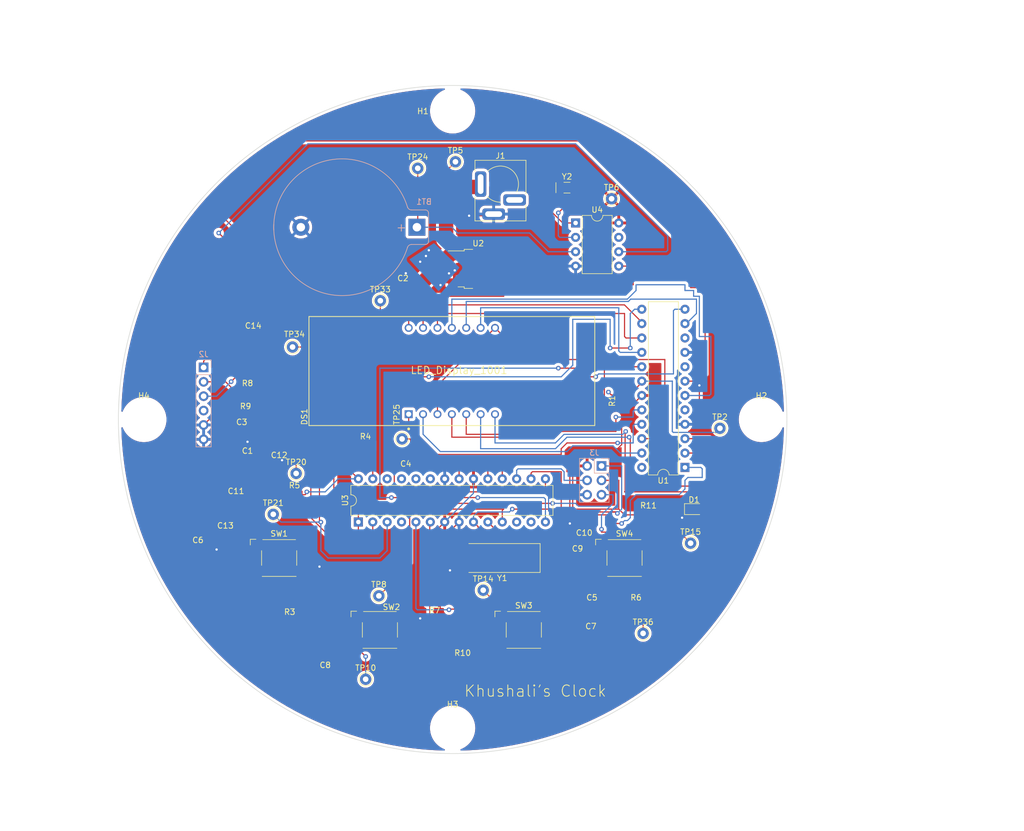
<source format=kicad_pcb>
(kicad_pcb (version 20211014) (generator pcbnew)
  (layers (0 "F.Cu" signal) (31 "B.Cu" signal) (34 "B.Paste" user) (35 "F.Paste" user) (36 "B.SilkS" user "B.Silkscreen") (37 "F.SilkS" user "F.Silkscreen") (38 "B.Mask" user) (39 "F.Mask" user) (44 "Edge.Cuts" user))
  (net 0 "")
  (net 1 "Net-(BT1-Pad1)")
  (net 2 "GND")
  (net 3 "VCC")
  (net 4 "Net-(C2-Pad2)")
  (net 5 "Net-(C4-Pad1)")
  (net 6 "Net-(C9-Pad1)")
  (net 7 "Net-(C10-Pad1)")
  (net 8 "RESET")
  (net 9 "Net-(C14-Pad2)")
  (net 10 "Net-(D1-Pad2)")
  (net 11 "Net-(DS1-Pad1)")
  (net 12 "Net-(DS1-Pad2)")
  (net 13 "Net-(DS1-Pad3)")
  (net 14 "Net-(DS1-Pad4)")
  (net 15 "Net-(DS1-Pad5)")
  (net 16 "DIG-0-L")
  (net 17 "COLON-L")
  (net 18 "Net-(DS1-Pad9)")
  (net 19 "DIG-1-L")
  (net 20 "DIG-2-L")
  (net 21 "Net-(DS1-Pad12)")
  (net 22 "Net-(DS1-Pad13)")
  (net 23 "DIG-3-L")
  (net 26 "Net-(J2-Pad3)")
  (net 27 "Net-(J2-Pad2)")
  (net 28 "Net-(R1-Pad2)")
  (net 29 "Net-(R3-Pad2)")
  (net 30 "SDA")
  (net 31 "SCL")
  (net 32 "Net-(R7-Pad2)")
  (net 33 "Uart_TX")
  (net 34 "Uart_RX")
  (net 35 "Net-(R10-Pad2)")
  (net 46 "Net-(U4-Pad1)")
  (net 47 "Net-(U4-Pad2)")
  (net 49 "MISO")
  (net 50 "LED_SCK")
  (net 51 "MOSI")
  (net 52 "DIS_DIN")
  (net 53 "DIS_CLK")
  (net 54 "DIS_LOAD")
  (footprint "footprints:MountingHole_3.2mm_M3" (layer "F.Cu") (at 95.5 100)
    (fp_text reference "H4")
    (fp_text value "MountingHole")
  )
  (footprint "footprints:TestPoint_THTPad_D2.0mm_Drill1.0mm" (layer "F.Cu") (at 155.3972 130.1496)
    (fp_text reference "TP14")
    (fp_text value "TestPoint")
  )
  (footprint "footprints:TestPoint_THTPad_D2.0mm_Drill1.0mm" (layer "F.Cu") (at 183.6166 137.7696)
    (fp_text reference "TP36")
    (fp_text value "TestPoint")
  )
  (footprint "footprints:DIP-8_W7.62mm" (layer "F.Cu") (at 171.704 65.288)
    (fp_text reference "U4")
    (fp_text value "DS1307_DIP-8")
  )
  (footprint "footprints:SW_SPST_Omron_B3FS-100xP" (layer "F.Cu") (at 180.34 124.46)
    (fp_text reference "SW4")
    (fp_text value "Omron_B3F_SPST")
  )
  (footprint "footprints:R_0805_2012Metric" (layer "F.Cu") (at 184.57 116.84)
    (fp_text reference "R11")
    (fp_text value "R_0805_2.2K")
  )
  (footprint "footprints:DIP-28_W7.62mm" (layer "F.Cu") (at 133.36 118.1 90)
    (fp_text reference "U3")
    (fp_text value "ATmega328-PU")
  )
  (footprint "footprints:C_0805_2012Metric" (layer "F.Cu") (at 105.0426 122.9614)
    (fp_text reference "C6")
    (fp_text value "C_0805_10uf")
  )
  (footprint "footprints:Crystal_SMD_2Pin_3.2x1.5mm" (layer "F.Cu") (at 170.18 59.055)
    (fp_text reference "Y2")
    (fp_text value "Crystal_32768Hz")
  )
  (footprint "footprints:C_0805_2012Metric" (layer "F.Cu") (at 141.732 106.172 180)
    (fp_text reference "C4")
    (fp_text value "C_0805_0.1uf")
  )
  (footprint "footprints:TestPoint_THTPad_D2.0mm_Drill1.0mm" (layer "F.Cu") (at 191.9986 121.8438)
    (fp_text reference "TP15")
    (fp_text value "TestPoint")
  )
  (footprint "footprints:Crystal_SMD_HC49-SD" (layer "F.Cu") (at 158.75 124.46 180)
    (fp_text reference "Y1")
    (fp_text value "Crystal_16MHz")
  )
  (footprint "footprints:R_0805_2012Metric" (layer "F.Cu") (at 151.765 142.875)
    (fp_text reference "R10")
    (fp_text value "R_0805_10K")
  )
  (footprint "footprints:R_0805_2012Metric" (layer "F.Cu") (at 146.812 132.08 180)
    (fp_text reference "R7")
    (fp_text value "R_0805_10K")
  )
  (footprint "footprints:TestPoint_THTPad_D2.0mm_Drill1.0mm" (layer "F.Cu") (at 118.3386 116.7384)
    (fp_text reference "TP21")
    (fp_text value "TestPoint")
  )
  (footprint "footprints:TestPoint_THTPad_D2.0mm_Drill1.0mm" (layer "F.Cu") (at 122.3772 109.5248)
    (fp_text reference "TP20")
    (fp_text value "TestPoint")
  )
  (footprint "footprints:TestPoint_THTPad_D2.0mm_Drill1.0mm" (layer "F.Cu") (at 134.6454 145.8722)
    (fp_text reference "TP10")
    (fp_text value "TestPoint")
  )
  (footprint "footprints:LED_0805_2012Metric" (layer "F.Cu") (at 192.6105 115.824)
    (fp_text reference "D1")
    (fp_text value "LED_0805")
  )
  (footprint "footprints:TestPoint_THTPad_D2.0mm_Drill1.0mm" (layer "F.Cu") (at 136.9822 131.1402)
    (fp_text reference "TP8")
    (fp_text value "TestPoint")
  )
  (footprint "footprints:SW_SPST_Omron_B3FS-100xP" (layer "F.Cu") (at 119.38 124.46)
    (fp_text reference "SW1")
    (fp_text value "Omron_B3F_SPST")
  )
  (footprint "footprints:C_0805_2012Metric" (layer "F.Cu") (at 111.76 114.3)
    (fp_text reference "C11")
    (fp_text value "C_0805_1uf")
  )
  (footprint "footprints:MountingHole_3.2mm_M3" (layer "F.Cu") (at 204.5 100)
    (fp_text reference "H2")
    (fp_text value "MountingHole")
  )
  (footprint "footprints:C_0805_2012Metric" (layer "F.Cu") (at 127.508 141.732 180)
    (fp_text reference "C8")
    (fp_text value "C_0805_1uf")
  )
  (footprint "footprints:SW_SPST_Omron_B3FS-100xP" (layer "F.Cu") (at 137.16 137.16)
    (fp_text reference "SW2")
    (fp_text value "Omron_B3F_SPST")
  )
  (footprint "footprints:MountingHole_3.2mm_M3" (layer "F.Cu") (at 150 154.5)
    (fp_text reference "H3")
    (fp_text value "MountingHole")
  )
  (footprint "footprints:SW_SPST_Omron_B3FS-100xP" (layer "F.Cu") (at 162.56 137.16)
    (fp_text reference "SW3")
    (fp_text value "Omron_B3F_SPST")
  )
  (footprint "footprints:C_0805_2012Metric" (layer "F.Cu") (at 141.224 76.708)
    (fp_text reference "C2")
    (fp_text value "C_0805_0.1uf")
  )
  (footprint "footprints:Wurth-694106402002" (layer "F.Cu") (at 158.44 58.42)
    (fp_text reference "J1")
    (fp_text value "Power_inlet_vertical" hide)
  )
  (footprint "footprints:TestPoint_THTPad_D2.0mm_Drill1.0mm" (layer "F.Cu") (at 197.1802 101.5492)
    (fp_text reference "TP2")
    (fp_text value "TestPoint")
  )
  (footprint "footprints:C_0805_2012Metric" (layer "F.Cu") (at 173.228 118.364 180)
    (fp_text reference "C10")
    (fp_text value "C_0805_22pf")
  )
  (footprint "footprints:MountingHole_3.2mm_M3" (layer "F.Cu") (at 150 45.5)
    (fp_text reference "H1")
    (fp_text value "MountingHole")
  )
  (footprint "footprints:TestPoint_THTPad_D2.0mm_Drill1.0mm" (layer "F.Cu") (at 178.054 61.0108)
    (fp_text reference "TP6")
    (fp_text value "TestPoint")
  )
  (footprint "footprints:C_0805_2012Metric" (layer "F.Cu") (at 114.808 81.788 180)
    (fp_text reference "C14")
    (fp_text value "C_0805_0.1uf")
  )
  (footprint "footprints:TestPoint_THTPad_D2.0mm_Drill1.0mm" (layer "F.Cu") (at 143.8402 55.626)
    (fp_text reference "TP24")
    (fp_text value "TestPoint")
  )
  (footprint "footprints:TO-252-2" (layer "F.Cu") (at 154.515 73.4)
    (fp_text reference "U2")
    (fp_text value "L7805")
  )
  (footprint "footprints:R_0805_2012Metric" (layer "F.Cu") (at 179.832 96.52 90)
    (fp_text reference "R1")
    (fp_text value "R_0805_22K")
  )
  (footprint "footprints:R_0805_2012Metric" (layer "F.Cu") (at 121.246 135.636)
    (fp_text reference "R3")
    (fp_text value "R_0805_10K")
  )
  (footprint "footprints:R_0805_2012Metric" (layer "F.Cu") (at 113.792 91.948 180)
    (fp_text reference "R8")
    (fp_text value "R_0805_47")
  )
  (footprint "footprints:C_0805_2012Metric" (layer "F.Cu") (at 174.41 138.176)
    (fp_text reference "C7")
    (fp_text value "C_0805_1uf")
  )
  (footprint "footprints:R_0805_2012Metric" (layer "F.Cu") (at 134.62 104.648)
    (fp_text reference "R4")
    (fp_text value "R_0805_10K")
  )
  (footprint "footprints:R_0805_2012Metric" (layer "F.Cu") (at 122.086 113.284)
    (fp_text reference "R5")
    (fp_text value "R_0805_10K")
  )
  (footprint "footprints:C_0805_2012Metric" (layer "F.Cu") (at 112.776 102.108)
    (fp_text reference "C3")
    (fp_text value "C_0805_1uf")
  )
  (footprint "footprints:R_0805_2012Metric" (layer "F.Cu") (at 182.372 133.096)
    (fp_text reference "R6")
    (fp_text value "R_0805_10K")
  )
  (footprint "footprints:TestPoint_THTPad_D2.0mm_Drill1.0mm" (layer "F.Cu") (at 121.7422 87.1982)
    (fp_text reference "TP34")
    (fp_text value "TestPoint")
  )
  (footprint "footprints:C_0805_2012Metric" (layer "F.Cu") (at 113.792 107.188)
    (fp_text reference "C1")
    (fp_text value "C_0805_0.1uf")
  )
  (footprint "footprints:Adafruit-1001-0-0-MFG" (layer "F.Cu") (at 149.86 91.44 90)
    (fp_text reference "DS1")
    (fp_text value "LED_Display_1001")
  )
  (footprint "footprints:C_0805_2012Metric" (layer "F.Cu") (at 109.894 120.396)
    (fp_text reference "C13")
    (fp_text value "C_0805_1uf")
  )
  (footprint "footprints:TestPoint_THTPad_D2.0mm_Drill1.0mm" (layer "F.Cu") (at 150.495 54.483)
    (fp_text reference "TP5")
    (fp_text value "TestPoint")
  )
  (footprint "footprints:DIP-24_W7.62mm" (layer "F.Cu") (at 191.008 108.463 180)
    (fp_text reference "U1")
    (fp_text value "MAX7219")
  )
  (footprint "footprints:C_0805_2012Metric" (layer "F.Cu") (at 119.38 104.648 180)
    (fp_text reference "C12")
    (fp_text value "C_0805_0.1uf")
  )
  (footprint "footprints:TestPoint_THTPad_D2.0mm_Drill1.0mm" (layer "F.Cu") (at 141.0716 103.4288)
    (fp_text reference "TP25")
    (fp_text value "TestPoint")
  )
  (footprint "footprints:C_0805_2012Metric" (layer "F.Cu") (at 174.586 133.096)
    (fp_text reference "C5")
    (fp_text value "C_0805_0.1uf")
  )
  (footprint "footprints:TestPoint_THTPad_D2.0mm_Drill1.0mm" (layer "F.Cu") (at 137.2362 79.0194)
    (fp_text reference "TP33")
    (fp_text value "TestPoint")
  )
  (footprint "footprints:R_0805_2012Metric" (layer "F.Cu") (at 113.45 96.012 180)
    (fp_text reference "R9")
    (fp_text value "R_0805_47")
  )
  (footprint "footprints:C_0805_2012Metric" (layer "F.Cu") (at 172.046 124.46)
    (fp_text reference "C9")
    (fp_text value "C_0805_22pf")
  )
  (footprint "footprints:PinHeader_2x03_P2.54mm_Vertical" (layer "B.Cu") (at 176.276 108.204 180)
    (fp_text reference "J3")
    (fp_text value "Conn_02x03_Odd_Even")
  )
  (footprint "footprints:BatteryHolder_Keystone_106_1x20mm" (layer "B.Cu") (at 143.693686 66.040017 180)
    (fp_text reference "BT1")
    (fp_text value "Battery_Cell")
  )
  (footprint "footprints:PinHeader_1x06_P2.54mm_Vertical" (layer "B.Cu") (at 106.045 90.805 180)
    (fp_text reference "J2")
    (fp_text value "Conn_01x06")
  )
  (gr_circle locked (center 150 100) (end 209 100) (layer "Edge.Cuts") (width 0.1) (fill none))
  (gr_text "Khushali's Clock" (at 164.592 147.955) (layer "F.SilkS") (effects (font (size 2 2))))
  (segment (start 143.8402 65.893503) (end 143.693686 66.040017) (width 0.2032) (layer "F.Cu") (net 1))
  (segment (start 143.8402 55.626) (end 143.8402 65.893503) (width 0.2032) (layer "F.Cu") (net 1))
  (segment (start 143.693686 66.040017) (end 149.860017 66.040017) (width 0.2032) (layer "B.Cu") (net 1))
  (segment (start 150.876 67.056) (end 163.576 67.056) (width 0.2032) (layer "B.Cu") (net 1))
  (segment (start 149.860017 66.040017) (end 150.876 67.056) (width 0.2032) (layer "B.Cu") (net 1))
  (segment (start 166.888 70.368) (end 171.968 70.368) (width 0.2032) (layer "B.Cu") (net 1))
  (segment (start 163.576 67.056) (end 166.888 70.368) (width 0.2032) (layer "B.Cu") (net 1))
  (segment (start 123.38 122.21) (end 123.38 122.872) (width 0.2032) (layer "F.Cu") (net 2))
  (segment (start 106.045 100.965) (end 106.045 103.505) (width 0.2032) (layer "F.Cu") (net 2))
  (segment (start 114.808 99.06) (end 114.808 100.926) (width 0.2032) (layer "F.Cu") (net 2))
  (segment (start 172.378 119.505) (end 172.378 118.364) (width 0.2032) (layer "F.Cu") (net 2))
  (segment (start 175.436 133.096) (end 175.436 138) (width 0.2032) (layer "F.Cu") (net 2))
  (segment (start 171.968 72.908) (end 157.367 72.908) (width 0.2032) (layer "F.Cu") (net 2))
  (segment (start 175.436 138) (end 175.26 138.176) (width 0.2032) (layer "F.Cu") (net 2))
  (segment (start 126.658 141.412) (end 126.658 141.732) (width 0.2032) (layer "F.Cu") (net 2))
  (segment (start 113.626 103.974) (end 113.792 104.14) (width 0.2032) (layer "F.Cu") (net 2))
  (segment (start 157.367 72.908) (end 156.615 73.66) (width 0.2032) (layer "F.Cu") (net 2))
  (segment (start 141.224 108.204) (end 148.336 108.204) (width 0.2032) (layer "F.Cu") (net 2))
  (segment (start 120.23 106.846) (end 120.23 104.648) (width 0.2032) (layer "F.Cu") (net 2))
  (segment (start 140.374 75.526) (end 141.732 74.168) (width 0.2032) (layer "F.Cu") (net 2))
  (segment (start 151.14 118.1) (end 148.336 120.904) (width 0.2032) (layer "F.Cu") (net 2))
  (segment (start 126.238 125.73) (end 126.492 125.984) (width 0.2032) (layer "F.Cu") (net 2))
  (segment (start 114.3 119.662) (end 113.566 120.396) (width 0.2032) (layer "F.Cu") (net 2))
  (segment (start 148.6 108.468) (end 148.6 110.48) (width 0.2032) (layer "F.Cu") (net 2))
  (segment (start 107.8992 122.9614) (end 108.3333 122.9614) (width 0.2032) (layer "F.Cu") (net 2))
  (segment (start 166.56 134.91) (end 166.56 134.684) (width 0.2032) (layer "F.Cu") (net 2))
  (segment (start 152.908 64.008) (end 156.568 64.008) (width 0.2032) (layer "F.Cu") (net 2))
  (segment (start 140.882 107.862) (end 141.224 108.204) (width 0.2032) (layer "F.Cu") (net 2))
  (segment (start 110.744 120.396) (end 113.566 120.396) (width 0.2032) (layer "F.Cu") (net 2))
  (segment (start 107.442 99.568) (end 110.236 99.568) (width 0.2032) (layer "F.Cu") (net 2))
  (segment (start 190.5 116.997) (end 190.5 117.348) (width 0.2032) (layer "F.Cu") (net 2))
  (segment (start 140.882 106.172) (end 140.882 107.862) (width 0.2032) (layer "F.Cu") (net 2))
  (segment (start 158.56 134.91) (end 166.56 134.91) (width 0.2032) (layer "F.Cu") (net 2))
  (segment (start 114.3 114.808) (end 114.3 119.662) (width 0.2032) (layer "F.Cu") (net 2))
  (segment (start 176.34 122.21) (end 175.083 122.21) (width 0.2032) (layer "F.Cu") (net 2))
  (segment (start 174.09 124.46) (end 176.34 122.21) (width 0.2032) (layer "F.Cu") (net 2))
  (segment (start 113.626 102.108) (end 113.626 103.974) (width 0.2032) (layer "F.Cu") (net 2))
  (segment (start 113.792 114.3) (end 114.3 114.808) (width 0.2032) (layer "F.Cu") (net 2))
  (segment (start 193.548 100.584) (end 193.289 100.843) (width 0.2032) (layer "F.Cu") (net 2))
  (segment (start 172.896 128.348) (end 172.896 128.192) (width 0.2032) (layer "F.Cu") (net 2))
  (segment (start 119.888 107.188) (end 120.23 106.846) (width 0.2032) (layer "F.Cu") (net 2))
  (segment (start 113.792 104.14) (end 113.792 103.9373) (width 0.2032) (layer "F.Cu") (net 2))
  (segment (start 133.16 134.91) (end 141.16 134.91) (width 0.2032) (layer "F.Cu") (net 2))
  (segment (start 141.16 134.91) (end 144.054 134.91) (width 0.2032) (layer "F.Cu") (net 2))
  (segment (start 106.045 100.965) (end 107.442 99.568) (width 0.2032) (layer "F.Cu") (net 2))
  (segment (start 110.236 99.568) (end 110.744 99.06) (width 0.2032) (layer "F.Cu") (net 2))
  (segment (start 172.896 124.46) (end 174.09 124.46) (width 0.2032) (layer "F.Cu") (net 2))
  (segment (start 149.5552 125.6792) (end 149.5552 126.6444) (width 0.2032) (layer "F.Cu") (net 2))
  (segment (start 171.196 118.364) (end 170.688 118.364) (width 0.2032) (layer "F.Cu") (net 2))
  (segment (start 105.8926 122.9614) (end 107.8992 122.9614) (width 0.2032) (layer "F.Cu") (net 2))
  (segment (start 144.054 134.91) (end 144.272 135.128) (width 0.2032) (layer "F.Cu") (net 2))
  (segment (start 172.378 118.364) (end 171.196 118.364) (width 0.2032) (layer "F.Cu") (net 2))
  (segment (start 110.744 99.06) (end 114.808 99.06) (width 0.2032) (layer "F.Cu") (net 2))
  (segment (start 148.336 108.204) (end 148.6 108.468) (width 0.2032) (layer "F.Cu") (net 2))
  (segment (start 114.642 113.45) (end 113.792 114.3) (width 0.2032) (layer "F.Cu") (net 2))
  (segment (start 133.16 134.91) (end 126.658 141.412) (width 0.2032) (layer "F.Cu") (net 2))
  (segment (start 172.896 124.46) (end 172.896 128.192) (width 0.2032) (layer "F.Cu") (net 2))
  (segment (start 123.38 122.872) (end 126.238 125.73) (width 0.2032) (layer "F.Cu") (net 2))
  (segment (start 148.336 120.904) (end 148.336 124.46) (width 0.2032) (layer "F.Cu") (net 2))
  (segment (start 148.336 124.46) (end 149.5552 125.6792) (width 0.2032) (layer "F.Cu") (net 2))
  (segment (start 166.56 134.684) (end 172.896 128.348) (width 0.2032) (layer "F.Cu") (net 2))
  (segment (start 114.808 100.926) (end 113.626 102.108) (width 0.2032) (layer "F.Cu") (net 2))
  (segment (start 175.083 122.21) (end 172.378 119.505) (width 0.2032) (layer "F.Cu") (net 2))
  (segment (start 140.374 76.708) (end 140.374 75.526) (width 0.2032) (layer "F.Cu") (net 2))
  (segment (start 191.673 115.824) (end 190.5 116.997) (width 0.2032) (layer "F.Cu") (net 2))
  (segment (start 172.896 128.192) (end 175.436 130.732) (width 0.2032) (layer "F.Cu") (net 2))
  (segment (start 115.38 122.21) (end 123.38 122.21) (width 0.2032) (layer "F.Cu") (net 2))
  (segment (start 193.289 100.843) (end 191.008 100.843) (width 0.2032) (layer "F.Cu") (net 2))
  (segment (start 113.566 120.396) (end 115.38 122.21) (width 0.2032) (layer "F.Cu") (net 2))
  (segment (start 193.548 93.98) (end 193.548 100.584) (width 0.2032) (layer "F.Cu") (net 2))
  (segment (start 114.642 107.188) (end 114.642 113.45) (width 0.2032) (layer "F.Cu") (net 2))
  (segment (start 175.436 130.732) (end 175.436 133.096) (width 0.2032) (layer "F.Cu") (net 2))
  (segment (start 112.61 114.3) (end 113.792 114.3) (width 0.2032) (layer "F.Cu") (net 2))
  (segment (start 176.34 122.21) (end 184.34 122.21) (width 0.2032) (layer "F.Cu") (net 2))
  (via (at 152.908 64.008) (size 0.8128) (drill 0.4064) (layers "F.Cu" "B.Cu") (net 2))
  (via (at 126.492 125.984) (size 0.8128) (drill 0.4064) (layers "F.Cu" "B.Cu") (net 2))
  (via (at 190.5 117.348) (size 0.8128) (drill 0.4064) (layers "F.Cu" "B.Cu") (net 2))
  (via (at 141.732 74.168) (size 0.8128) (drill 0.4064) (layers "F.Cu" "B.Cu") (net 2))
  (via (at 193.548 93.98) (size 0.8128) (drill 0.4064) (layers "F.Cu" "B.Cu") (net 2))
  (via (at 108.3333 122.9614) (size 0.8128) (drill 0.4064) (layers "F.Cu" "B.Cu") (net 2))
  (via (at 149.5298 126.6444) (size 0.8128) (drill 0.4064) (layers "F.Cu" "B.Cu") (net 2))
  (via (at 113.792 103.9373) (size 0.8128) (drill 0.4064) (layers "F.Cu" "B.Cu") (net 2))
  (via (at 170.688 118.364) (size 0.8128) (drill 0.4064) (layers "F.Cu" "B.Cu") (net 2))
  (via (at 144.272 135.128) (size 0.8128) (drill 0.4064) (layers "F.Cu" "B.Cu") (net 2))
  (via (at 119.888 107.188) (size 0.8128) (drill 0.4064) (layers "F.Cu" "B.Cu") (net 2))
  (segment (start 126.492 128.016) (end 133.096 134.62) (width 0.2032) (layer "B.Cu") (net 2))
  (segment (start 167.132 113.284) (end 173.736 113.284) (width 0.2032) (layer "B.Cu") (net 2))
  (segment (start 113.792 103.9373) (end 113.792 106.172) (width 0.2032) (layer "B.Cu") (net 2))
  (segment (start 167.132 116.332) (end 166.929289 116.129289) (width 0.2032) (layer "B.Cu") (net 2))
  (segment (start 110.744 122.9614) (end 110.7948 122.9106) (width 0.2032) (layer "B.Cu") (net 2))
  (segment (start 126.492 125.984) (end 126.492 128.016) (width 0.2032) (layer "B.Cu") (net 2))
  (segment (start 114.808 107.188) (end 119.888 107.188) (width 0.2032) (layer "B.Cu") (net 2))
  (segment (start 168.656 118.364) (end 167.132 116.84) (width 0.2032) (layer "B.Cu") (net 2))
  (segment (start 149.5298 126.6444) (end 151.28192 128.39652) (width 0.2032) (layer "B.Cu") (net 2))
  (segment (start 191.008 88.143) (end 193.299 88.143) (width 0.2032) (layer "B.Cu") (net 2))
  (segment (start 170.688 118.364) (end 168.656 118.364) (width 0.2032) (layer "B.Cu") (net 2))
  (segment (start 166.929289 113.486711) (end 167.132 113.284) (width 0.2032) (layer "B.Cu") (net 2))
  (segment (start 144.272 135.128) (end 151.384 135.128) (width 0.2032) (layer "B.Cu") (net 2))
  (segment (start 113.792 106.172) (end 114.808 107.188) (width 0.2032) (layer "B.Cu") (net 2))
  (segment (start 166.929289 116.129289) (end 166.929289 113.486711) (width 0.2032) (layer "B.Cu") (net 2))
  (segment (start 193.548 88.392) (end 193.548 93.472) (width 0.2032) (layer "B.Cu") (net 2))
  (segment (start 151.28192 128.39652) (end 151.28192 135.02592) (width 0.2032) (layer "B.Cu") (net 2))
  (segment (start 167.132 116.84) (end 167.132 116.332) (width 0.2032) (layer "B.Cu") (net 2))
  (segment (start 193.299 88.143) (end 193.548 88.392) (width 0.2032) (layer "B.Cu") (net 2))
  (segment (start 151.28192 135.02592) (end 151.384 135.128) (width 0.2032) (layer "B.Cu") (net 2))
  (segment (start 193.548 93.472) (end 193.548 93.98) (width 0.2032) (layer "B.Cu") (net 2))
  (segment (start 110.7948 122.9106) (end 110.7948 120.4976) (width 0.2032) (layer "B.Cu") (net 2))
  (segment (start 151.384 135.128) (end 158.496 135.128) (width 0.2032) (layer "B.Cu") (net 2))
  (segment (start 108.3333 122.9614) (end 110.744 122.9614) (width 0.2032) (layer "B.Cu") (net 2))
  (segment (start 130.898 144.272) (end 131.064 144.272) (width 0.2032) (layer "F.Cu") (net 3))
  (segment (start 147.662 119.038) (end 148.6 118.1) (width 0.2032) (layer "F.Cu") (net 3))
  (segment (start 123.347189 140.812811) (end 125.790378 143.256) (width 0.2032) (layer "F.Cu") (net 3))
  (segment (start 178.094398 106.172) (end 173.736 106.172) (width 0.2032) (layer "F.Cu") (net 3))
  (segment (start 110.91 114.3) (end 109.044 116.166) (width 0.2032) (layer "F.Cu") (net 3))
  (segment (start 173.736 140.716) (end 175.768 140.716) (width 0.2032) (layer "F.Cu") (net 3))
  (segment (start 153.68 110.48) (end 153.68 106.924) (width 0.2032) (layer "F.Cu") (net 3))
  (segment (start 109.044 124.284) (end 120.396 135.636) (width 0.2032) (layer "F.Cu") (net 3))
  (segment (start 181.781 97.37) (end 183.388 95.763) (width 0.2032) (layer "F.Cu") (net 3))
  (segment (start 118.53 104.773) (end 118.872 105.115) (width 0.2032) (layer "F.Cu") (net 3))
  (segment (start 147.662 133.438) (end 150.915 136.691) (width 0.2032) (layer "F.Cu") (net 3))
  (segment (start 119.888 113.284) (end 121.236 113.284) (width 0.2032) (layer "F.Cu") (net 3))
  (segment (start 173.736 138) (end 173.56 138.176) (width 0.2032) (layer "F.Cu") (net 3))
  (segment (start 120.396 135.636) (end 120.396 137.861622) (width 0.2032) (layer "F.Cu") (net 3))
  (segment (start 131.064 144.272) (end 132.461 142.875) (width 0.2032) (layer "F.Cu") (net 3))
  (segment (start 127.85 143.09) (end 127.85 141.732) (width 0.2032) (layer "F.Cu") (net 3))
  (segment (start 173.736 106.172) (end 173.736 108.204) (width 0.2032) (layer "F.Cu") (net 3))
  (segment (start 175.768 140.716) (end 181.522 134.962) (width 0.2032) (layer "F.Cu") (net 3))
  (segment (start 173.56 140.54) (end 173.736 140.716) (width 0.2032) (layer "F.Cu") (net 3))
  (segment (start 111.926 102.108) (end 111.926 106.172) (width 0.2032) (layer "F.Cu") (net 3))
  (segment (start 147.662 132.08) (end 147.662 119.038) (width 0.2032) (layer "F.Cu") (net 3))
  (segment (start 128.358 141.732) (end 130.898 144.272) (width 0.2032) (layer "F.Cu") (net 3))
  (segment (start 181.522 134.962) (end 181.522 133.096) (width 0.2032) (layer "F.Cu") (net 3))
  (segment (start 118.872 112.268) (end 119.888 113.284) (width 0.2032) (layer "F.Cu") (net 3))
  (segment (start 120.396 137.861622) (end 123.347189 140.812811) (width 0.2032) (layer "F.Cu") (net 3))
  (segment (start 179.832 97.37) (end 181.781 97.37) (width 0.2032) (layer "F.Cu") (net 3))
  (segment (start 179.832 97.37) (end 179.832 104.434398) (width 0.2032) (layer "F.Cu") (net 3))
  (segment (start 112.942 107.188) (end 112.942 105.498) (width 0.2032) (layer "F.Cu") (net 3))
  (segment (start 112.942 107.188) (end 110.91 109.22) (width 0.2032) (layer "F.Cu") (net 3))
  (segment (start 110.91 109.22) (end 110.91 114.3) (width 0.2032) (layer "F.Cu") (net 3))
  (segment (start 128.016 143.256) (end 127.85 143.09) (width 0.2032) (layer "F.Cu") (net 3))
  (segment (start 171.196 108.204) (end 173.736 108.204) (width 0.2032) (layer "F.Cu") (net 3))
  (segment (start 147.662 132.08) (end 147.662 133.438) (width 0.2032) (layer "F.Cu") (net 3))
  (segment (start 112.942 105.498) (end 113.792 104.648) (width 0.2032) (layer "F.Cu") (net 3))
  (segment (start 118.53 104.648) (end 118.53 104.773) (width 0.2032) (layer "F.Cu") (net 3))
  (segment (start 153.924 106.68) (end 171.196 106.68) (width 0.2032) (layer "F.Cu") (net 3))
  (segment (start 150.915 136.691) (end 150.915 142.875) (width 0.2032) (layer "F.Cu") (net 3))
  (segment (start 113.792 104.648) (end 118.53 104.648) (width 0.2032) (layer "F.Cu") (net 3))
  (segment (start 109.044 116.166) (end 109.044 120.396) (width 0.2032) (layer "F.Cu") (net 3))
  (segment (start 153.68 106.924) (end 153.924 106.68) (width 0.2032) (layer "F.Cu") (net 3))
  (segment (start 109.044 120.396) (end 109.044 124.284) (width 0.2032) (layer "F.Cu") (net 3))
  (segment (start 173.56 138.176) (end 173.56 140.54) (width 0.2032) (layer "F.Cu") (net 3))
  (segment (start 179.832 104.434398) (end 178.094398 106.172) (width 0.2032) (layer "F.Cu") (net 3))
  (segment (start 125.790378 143.256) (end 128.016 143.256) (width 0.2032) (layer "F.Cu") (net 3))
  (segment (start 111.926 106.172) (end 112.942 107.188) (width 0.2032) (layer "F.Cu") (net 3))
  (segment (start 118.872 105.115) (end 118.872 112.268) (width 0.2032) (layer "F.Cu") (net 3))
  (segment (start 171.196 106.68) (end 171.196 108.204) (width 0.2032) (layer "F.Cu") (net 3))
  (segment (start 173.736 133.096) (end 173.736 138) (width 0.2032) (layer "F.Cu") (net 3))
  (segment (start 132.461 142.875) (end 150.915 142.875) (width 0.2032) (layer "F.Cu") (net 3))
  (via (at 144.272 72.136) (size 0.8128) (drill 0.4064) (layers "F.Cu" "B.Cu") (net 3))
  (via (at 149.352 74.189062) (size 0.8128) (drill 0.4064) (layers "F.Cu" "B.Cu") (net 3))
  (via (at 145.288 71.12) (size 0.8128) (drill 0.4064) (layers "F.Cu" "B.Cu") (net 3))
  (via (at 145.796 70.104) (size 0.8128) (drill 0.4064) (layers "F.Cu" "B.Cu") (net 3))
  (via (at 150.368 73.66) (size 0.8128) (drill 0.4064) (layers "F.Cu" "B.Cu") (net 3))
  (via (at 147.858048 76.263123) (size 0.8128) (drill 0.4064) (layers "F.Cu" "B.Cu") (net 3))
  (segment (start 153.68 113.02) (end 148.6 118.1) (width 0.2032) (layer "B.Cu") (net 3))
  (segment (start 153.68 110.48) (end 153.68 113.02) (width 0.2032) (layer "B.Cu") (net 3))
  (segment (start 148.844 68.072) (end 150.368 69.596) (width 2.54) (layer "F.Cu") (net 4))
  (segment (start 144.272 76.2) (end 149.352 71.12) (width 2.54) (layer "F.Cu") (net 4))
  (segment (start 150.368 69.596) (end 150.368 70.612) (width 2.54) (layer "F.Cu") (net 4))
  (segment (start 144.272 76.2) (end 142.748 76.2) (width 2.54) (layer "F.Cu") (net 4))
  (segment (start 148.844 58.928) (end 148.844 68.072) (width 2.54) (layer "F.Cu") (net 4))
  (segment (start 148.844 58.928) (end 153.924 58.928) (width 2.54) (layer "F.Cu") (net 4))
  (segment (start 150.495 54.483) (end 148.844 56.134) (width 0.2032) (layer "F.Cu") (net 4))
  (segment (start 148.844 56.134) (end 148.844 58.928) (width 0.2032) (layer "F.Cu") (net 4))
  (segment (start 142.582 103.5676) (end 142.582 106.172) (width 0.2032) (layer "F.Cu") (net 5))
  (segment (start 142.582 106.172) (end 145.288 106.172) (width 0.2032) (layer "F.Cu") (net 5))
  (segment (start 141.0716 103.4288) (end 142.4432 103.4288) (width 0.2032) (layer "F.Cu") (net 5))
  (segment (start 145.288 106.172) (end 146.812 107.696) (width 0.2032) (layer "F.Cu") (net 5))
  (segment (start 142.4432 103.4288) (end 142.582 103.5676) (width 0.2032) (layer "F.Cu") (net 5))
  (segment (start 146.812 107.696) (end 150.876 107.696) (width 0.2032) (layer "F.Cu") (net 5))
  (segment (start 151.14 107.96) (end 151.14 110.48) (width 0.2032) (layer "F.Cu") (net 5))
  (segment (start 150.876 107.696) (end 151.14 107.96) (width 0.2032) (layer "F.Cu") (net 5))
  (segment (start 162.58 124.46) (end 156.22 118.1) (width 0.2032) (layer "F.Cu") (net 6))
  (segment (start 163 124.46) (end 162.58 124.46) (width 0.2032) (layer "F.Cu") (net 6))
  (segment (start 163 124.46) (end 171.196 124.46) (width 0.2032) (layer "F.Cu") (net 6))
  (segment (start 168.656 117.348) (end 168.148 116.84) (width 0.2032) (layer "F.Cu") (net 7))
  (segment (start 174.078 117.69) (end 173.736 117.348) (width 0.2032) (layer "F.Cu") (net 7))
  (segment (start 154.5 124.46) (end 154.5 118.92) (width 0.2032) (layer "F.Cu") (net 7))
  (segment (start 154.5 118.92) (end 153.68 118.1) (width 0.2032) (layer "F.Cu") (net 7))
  (segment (start 173.736 117.348) (end 168.656 117.348) (width 0.2032) (layer "F.Cu") (net 7))
  (segment (start 168.148 115.824) (end 160.528 115.824) (width 0.2032) (layer "F.Cu") (net 7))
  (segment (start 168.148 116.84) (end 168.148 115.824) (width 0.2032) (layer "F.Cu") (net 7))
  (segment (start 174.078 118.364) (end 174.078 117.69) (width 0.2032) (layer "F.Cu") (net 7))
  (via (at 160.528 115.824) (size 0.8128) (drill 0.4064) (layers "F.Cu" "B.Cu") (net 7))
  (segment (start 153.68 117.084) (end 153.68 118.1) (width 0.2032) (layer "B.Cu") (net 7))
  (segment (start 160.02 116.332) (end 154.432 116.332) (width 0.2032) (layer "B.Cu") (net 7))
  (segment (start 160.528 115.824) (end 160.02 116.332) (width 0.2032) (layer "B.Cu") (net 7))
  (segment (start 154.432 116.332) (end 153.68 117.084) (width 0.2032) (layer "B.Cu") (net 7))
  (segment (start 115.658 87.21) (end 115.824 87.376) (width 0.2032) (layer "F.Cu") (net 8))
  (segment (start 187.96 119.888) (end 176.276 119.888) (width 0.2032) (layer "F.Cu") (net 8))
  (segment (start 133.36 118.1) (end 133.36 115.56) (width 0.2032) (layer "F.Cu") (net 8))
  (segment (start 117.856 87.376) (end 118.872 88.392) (width 0.2032) (layer "F.Cu") (net 8))
  (segment (start 184.34 131.978) (end 183.222 133.096) (width 0.2032) (layer "F.Cu") (net 8))
  (segment (start 187.96 124.46) (end 187.96 119.888) (width 0.2032) (layer "F.Cu") (net 8))
  (segment (start 134.112 114.808) (end 167.64 114.808) (width 0.2032) (layer "F.Cu") (net 8))
  (segment (start 129.032 119.888) (end 129.54 120.396) (width 0.2032) (layer "F.Cu") (net 8))
  (segment (start 129.032 107.188) (end 129.032 119.888) (width 0.2032) (layer "F.Cu") (net 8))
  (segment (start 183.6166 137.7696) (end 183.6166 133.4906) (width 0.2032) (layer "F.Cu") (net 8))
  (segment (start 184.34 126.71) (end 184.34 131.978) (width 0.2032) (layer "F.Cu") (net 8))
  (segment (start 129.54 120.396) (end 133.096 120.396) (width 0.2032) (layer "F.Cu") (net 8))
  (segment (start 133.096 120.396) (end 133.36 120.132) (width 0.2032) (layer "F.Cu") (net 8))
  (segment (start 118.872 88.392) (end 118.872 97.028) (width 0.2032) (layer "F.Cu") (net 8))
  (segment (start 118.872 97.028) (end 129.032 107.188) (width 0.2032) (layer "F.Cu") (net 8))
  (segment (start 115.658 81.788) (end 115.658 87.21) (width 0.2032) (layer "F.Cu") (net 8))
  (segment (start 133.36 120.132) (end 133.36 118.1) (width 0.2032) (layer "F.Cu") (net 8))
  (segment (start 176.34 126.71) (end 176.34 124.524) (width 0.2032) (layer "F.Cu") (net 8))
  (segment (start 176.276 124.46) (end 187.96 124.46) (width 0.2032) (layer "F.Cu") (net 8))
  (segment (start 183.6166 133.4906) (end 183.222 133.096) (width 0.2032) (layer "F.Cu") (net 8))
  (segment (start 115.824 87.376) (end 117.856 87.376) (width 0.2032) (layer "F.Cu") (net 8))
  (segment (start 133.36 115.56) (end 134.112 114.808) (width 0.2032) (layer "F.Cu") (net 8))
  (segment (start 176.34 124.524) (end 176.276 124.46) (width 0.2032) (layer "F.Cu") (net 8))
  (segment (start 176.276 119.888) (end 176.276 119.38) (width 0.2032) (layer "F.Cu") (net 8))
  (segment (start 176.34 126.71) (end 184.34 126.71) (width 0.2032) (layer "F.Cu") (net 8))
  (via (at 176.276 119.38) (size 0.8128) (drill 0.4064) (layers "F.Cu" "B.Cu") (net 8))
  (via (at 167.64 114.808) (size 0.8128) (drill 0.4064) (layers "F.Cu" "B.Cu") (net 8))
  (segment (start 167.64 114.808) (end 171.704 114.808) (width 0.2032) (layer "B.Cu") (net 8))
  (segment (start 178.308 113.284) (end 176.276 113.284) (width 0.2032) (layer "B.Cu") (net 8))
  (segment (start 171.704 114.808) (end 172.212 115.316) (width 0.2032) (layer "B.Cu") (net 8))
  (segment (start 178.308 114.808) (end 178.308 113.284) (width 0.2032) (layer "B.Cu") (net 8))
  (segment (start 176.276 119.38) (end 176.276 116.84) (width 0.2032) (layer "B.Cu") (net 8))
  (segment (start 176.276 116.84) (end 177.8 115.316) (width 0.2032) (layer "B.Cu") (net 8))
  (segment (start 177.8 115.316) (end 178.308 114.808) (width 0.2032) (layer "B.Cu") (net 8))
  (segment (start 172.212 115.316) (end 177.8 115.316) (width 0.2032) (layer "B.Cu") (net 8))
  (segment (start 106.045 89.701) (end 113.958 81.788) (width 0.2032) (layer "F.Cu") (net 9))
  (segment (start 106.045 90.805) (end 106.045 89.701) (width 0.2032) (layer "F.Cu") (net 9))
  (segment (start 193.548 118.364) (end 193.548 115.824) (width 0.2032) (layer "F.Cu") (net 10))
  (segment (start 185.42 116.84) (end 186.944 116.84) (width 0.2032) (layer "F.Cu") (net 10))
  (segment (start 188.468 118.364) (end 193.548 118.364) (width 0.2032) (layer "F.Cu") (net 10))
  (segment (start 186.944 116.84) (end 188.468 118.364) (width 0.2032) (layer "F.Cu") (net 10))
  (segment (start 169.164 106.172) (end 169.164 105.156) (width 0.2032) (layer "F.Cu") (net 11))
  (segment (start 142.24 99.06) (end 142.24 101.092) (width 0.2032) (layer "F.Cu") (net 11))
  (segment (start 147.32 106.172) (end 169.164 106.172) (width 0.2032) (layer "F.Cu") (net 11))
  (segment (start 142.24 101.092) (end 147.32 106.172) (width 0.2032) (layer "F.Cu") (net 11))
  (segment (start 170.18 104.14) (end 179.1213 104.14) (width 0.2032) (layer "F.Cu") (net 11))
  (segment (start 169.164 105.156) (end 170.18 104.14) (width 0.2032) (layer "F.Cu") (net 11))
  (via (at 179.1213 104.14) (size 0.8128) (drill 0.4064) (layers "F.Cu" "B.Cu") (net 11))
  (segment (start 181.864 101.092) (end 182.113 100.843) (width 0.2032) (layer "B.Cu") (net 11))
  (segment (start 182.113 100.843) (end 183.632 100.843) (width 0.2032) (layer "B.Cu") (net 11))
  (segment (start 179.1213 104.14) (end 181.864 104.14) (width 0.2032) (layer "B.Cu") (net 11))
  (segment (start 181.864 104.14) (end 181.864 101.092) (width 0.2032) (layer "B.Cu") (net 11))
  (segment (start 178.308 104.648) (end 179.583 105.923) (width 0.2032) (layer "B.Cu") (net 12))
  (segment (start 144.78 99.06) (end 144.78 102.616) (width 0.2032) (layer "B.Cu") (net 12))
  (segment (start 147.828 105.664) (end 170.18 105.664) (width 0.2032) (layer "B.Cu") (net 12))
  (segment (start 179.583 105.923) (end 183.632 105.923) (width 0.2032) (layer "B.Cu") (net 12))
  (segment (start 170.18 105.664) (end 171.196 104.648) (width 0.2032) (layer "B.Cu") (net 12))
  (segment (start 171.196 104.648) (end 178.308 104.648) (width 0.2032) (layer "B.Cu") (net 12))
  (segment (start 144.78 102.616) (end 147.828 105.664) (width 0.2032) (layer "B.Cu") (net 12))
  (segment (start 186.685 103.383) (end 183.632 103.383) (width 0.2032) (layer "F.Cu") (net 13))
  (segment (start 157.48 83.82) (end 147.32 93.98) (width 0.2032) (layer "F.Cu") (net 13))
  (segment (start 147.32 93.98) (end 147.32 99.06) (width 0.2032) (layer "F.Cu") (net 13))
  (segment (start 187.452 89.408) (end 187.452 102.616) (width 0.2032) (layer "F.Cu") (net 13))
  (segment (start 187.452 102.616) (end 186.685 103.383) (width 0.2032) (layer "F.Cu") (net 13))
  (segment (start 163.068 89.408) (end 187.452 89.408) (width 0.2032) (layer "F.Cu") (net 13))
  (segment (start 157.48 83.82) (end 163.068 89.408) (width 0.2032) (layer "F.Cu") (net 13))
  (segment (start 169.164 102.108) (end 178.816 102.108) (width 0.2032) (layer "F.Cu") (net 14))
  (segment (start 168.148 103.124) (end 169.164 102.108) (width 0.2032) (layer "F.Cu") (net 14))
  (segment (start 149.86 103.124) (end 149.86 99.06) (width 0.2032) (layer "F.Cu") (net 14))
  (segment (start 178.816 102.108) (end 178.816 99.568) (width 0.2032) (layer "F.Cu") (net 14))
  (segment (start 149.86 103.124) (end 168.148 103.124) (width 0.2032) (layer "F.Cu") (net 14))
  (via (at 178.816 99.568) (size 0.8128) (drill 0.4064) (layers "F.Cu" "B.Cu") (net 14))
  (segment (start 182.113 98.303) (end 183.632 98.303) (width 0.2032) (layer "B.Cu") (net 14))
  (segment (start 181.864 98.552) (end 182.113 98.303) (width 0.2032) (layer "B.Cu") (net 14))
  (segment (start 181.864 99.568) (end 181.864 98.552) (width 0.2032) (layer "B.Cu") (net 14))
  (segment (start 178.816 99.568) (end 181.864 99.568) (width 0.2032) (layer "B.Cu") (net 14))
  (segment (start 152.4 102.616) (end 167.64 102.616) (width 0.2032) (layer "F.Cu") (net 15))
  (segment (start 177.033 90.683) (end 183.632 90.683) (width 0.2032) (layer "F.Cu") (net 15))
  (segment (start 176.784 101.092) (end 176.784 90.932) (width 0.2032) (layer "F.Cu") (net 15))
  (segment (start 176.276 101.6) (end 176.784 101.092) (width 0.2032) (layer "F.Cu") (net 15))
  (segment (start 168.656 101.6) (end 176.276 101.6) (width 0.2032) (layer "F.Cu") (net 15))
  (segment (start 167.64 102.616) (end 168.656 101.6) (width 0.2032) (layer "F.Cu") (net 15))
  (segment (start 152.4 99.06) (end 152.4 102.616) (width 0.2032) (layer "F.Cu") (net 15))
  (segment (start 176.784 90.932) (end 177.033 90.683) (width 0.2032) (layer "F.Cu") (net 15))
  (segment (start 181.1533 103.124) (end 181.356 103.3267) (width 0.2032) (layer "F.Cu") (net 16))
  (segment (start 181.356 103.3267) (end 181.356 111.76) (width 0.2032) (layer "F.Cu") (net 16))
  (segment (start 195.072 106.172) (end 194.823 105.923) (width 0.2032) (layer "F.Cu") (net 16))
  (segment (start 194.823 105.923) (end 191.252 105.923) (width 0.2032) (layer "F.Cu") (net 16))
  (segment (start 181.356 111.76) (end 195.072 111.76) (width 0.2032) (layer "F.Cu") (net 16))
  (segment (start 195.072 111.76) (end 195.072 106.172) (width 0.2032) (layer "F.Cu") (net 16))
  (via (at 181.1533 103.124) (size 0.8128) (drill 0.4064) (layers "F.Cu" "B.Cu") (net 16))
  (segment (start 168.148 105.156) (end 170.18 103.124) (width 0.2032) (layer "B.Cu") (net 16))
  (segment (start 170.18 103.124) (end 180.848 103.124) (width 0.2032) (layer "B.Cu") (net 16))
  (segment (start 180.848 103.124) (end 181.1533 103.124) (width 0.2032) (layer "B.Cu") (net 16))
  (segment (start 154.94 99.06) (end 154.94 105.156) (width 0.2032) (layer "B.Cu") (net 16))
  (segment (start 154.94 105.156) (end 168.148 105.156) (width 0.2032) (layer "B.Cu") (net 16))
  (segment (start 196.088 104.14) (end 195.331 103.383) (width 0.2032) (layer "F.Cu") (net 17))
  (segment (start 196.088 112.268) (end 196.088 104.14) (width 0.2032) (layer "F.Cu") (net 17))
  (segment (start 195.58 112.776) (end 196.088 112.268) (width 0.2032) (layer "F.Cu") (net 17))
  (segment (start 180.442589 112.673411) (end 180.34 112.776) (width 0.2032) (layer "F.Cu") (net 17))
  (segment (start 180.5427 102.108) (end 180.442589 102.208111) (width 0.2032) (layer "F.Cu") (net 17))
  (segment (start 180.442589 102.208111) (end 180.442589 112.673411) (width 0.2032) (layer "F.Cu") (net 17))
  (segment (start 180.34 112.776) (end 195.58 112.776) (width 0.2032) (layer "F.Cu") (net 17))
  (segment (start 195.331 103.383) (end 191.252 103.383) (width 0.2032) (layer "F.Cu") (net 17))
  (via (at 180.5427 102.108) (size 0.8128) (drill 0.4064) (layers "F.Cu" "B.Cu") (net 17))
  (segment (start 157.48 104.14) (end 168.148 104.14) (width 0.2032) (layer "B.Cu") (net 17))
  (segment (start 180.0347 102.616) (end 180.5427 102.108) (width 0.2032) (layer "B.Cu") (net 17))
  (segment (start 157.48 99.06) (end 157.48 104.14) (width 0.2032) (layer "B.Cu") (net 17))
  (segment (start 168.148 104.14) (end 169.672 102.616) (width 0.2032) (layer "B.Cu") (net 17))
  (segment (start 169.672 102.616) (end 180.0347 102.616) (width 0.2032) (layer "B.Cu") (net 17))
  (segment (start 179.324 87.884) (end 179.583 88.143) (width 0.2032) (layer "B.Cu") (net 18))
  (segment (start 154.94 83.82) (end 154.94 80.264) (width 0.2032) (layer "B.Cu") (net 18))
  (segment (start 154.94 80.264) (end 179.324 80.264) (width 0.2032) (layer "B.Cu") (net 18))
  (segment (start 179.324 80.264) (end 179.324 87.884) (width 0.2032) (layer "B.Cu") (net 18))
  (segment (start 179.583 88.143) (end 183.632 88.143) (width 0.2032) (layer "B.Cu") (net 18))
  (segment (start 152.4 79.14592) (end 181.016138 79.14592) (width 0.2032) (layer "B.Cu") (net 19))
  (segment (start 181.422058 78.74) (end 193.04 78.74) (width 0.2032) (layer "B.Cu") (net 19))
  (segment (start 193.04 81.275) (end 191.252 83.063) (width 0.2032) (layer "B.Cu") (net 19))
  (segment (start 181.016138 79.14592) (end 181.422058 78.74) (width 0.2032) (layer "B.Cu") (net 19))
  (segment (start 193.04 78.74) (end 193.04 81.275) (width 0.2032) (layer "B.Cu") (net 19))
  (segment (start 152.4 83.82) (end 152.4 79.14592) (width 0.2032) (layer "B.Cu") (net 19))
  (segment (start 195.58 95.504) (end 195.321 95.763) (width 0.2032) (layer "B.Cu") (net 20))
  (segment (start 149.86 78.74) (end 180.848 78.74) (width 0.2032) (layer "B.Cu") (net 20))
  (segment (start 182.372 76.2) (end 191.008 76.2) (width 0.2032) (layer "B.Cu") (net 20))
  (segment (start 149.86 78.74) (end 149.86 83.82) (width 0.2032) (layer "B.Cu") (net 20))
  (segment (start 193.548 85.344) (end 195.58 85.344) (width 0.2032) (layer "B.Cu") (net 20))
  (segment (start 191.008 76.2) (end 191.008 77.216) (width 0.2032) (layer "B.Cu") (net 20))
  (segment (start 195.321 95.763) (end 191.76 95.763) (width 0.2032) (layer "B.Cu") (net 20))
  (segment (start 192.532 77.216) (end 192.532 78.232) (width 0.2032) (layer "B.Cu") (net 20))
  (segment (start 191.008 77.216) (end 192.532 77.216) (width 0.2032) (layer "B.Cu") (net 20))
  (segment (start 180.848 78.74) (end 182.372 77.216) (width 0.2032) (layer "B.Cu") (net 20))
  (segment (start 195.58 85.344) (end 195.58 95.504) (width 0.2032) (layer "B.Cu") (net 20))
  (segment (start 192.532 78.232) (end 193.548 78.232) (width 0.2032) (layer "B.Cu") (net 20))
  (segment (start 182.372 77.216) (end 182.372 76.2) (width 0.2032) (layer "B.Cu") (net 20))
  (segment (start 193.548 78.232) (end 193.548 85.344) (width 0.2032) (layer "B.Cu") (net 20))
  (segment (start 180.34 81.28) (end 180.34 85.344) (width 0.2032) (layer "F.Cu") (net 21))
  (segment (start 180.599 85.603) (end 183.632 85.603) (width 0.2032) (layer "F.Cu") (net 21))
  (segment (start 147.32 83.82) (end 147.32 81.28) (width 0.2032) (layer "F.Cu") (net 21))
  (segment (start 147.32 81.28) (end 180.34 81.28) (width 0.2032) (layer "F.Cu") (net 21))
  (segment (start 180.34 85.344) (end 180.599 85.603) (width 0.2032) (layer "F.Cu") (net 21))
  (segment (start 180.325 79.756) (end 183.632 83.063) (width 0.2032) (layer "F.Cu") (net 22))
  (segment (start 144.78 83.82) (end 144.78 79.756) (width 0.2032) (layer "F.Cu") (net 22))
  (segment (start 144.78 79.756) (end 180.325 79.756) (width 0.2032) (layer "F.Cu") (net 22))
  (segment (start 142.748 78.232) (end 159.004 78.232) (width 0.2032) (layer "F.Cu") (net 23))
  (segment (start 142.24 83.82) (end 142.24 78.74) (width 0.2032) (layer "F.Cu") (net 23))
  (segment (start 193.289 93.223) (end 191.76 93.223) (width 0.2032) (layer "F.Cu") (net 23))
  (segment (start 192.024 74.676) (end 192.024 76.708) (width 0.2032) (layer "F.Cu") (net 23))
  (segment (start 159.004 78.232) (end 159.004 77.724) (width 0.2032) (layer "F.Cu") (net 23))
  (segment (start 166.624 76.2) (end 181.864 76.2) (width 0.2032) (layer "F.Cu") (net 23))
  (segment (start 194.564 91.948) (end 193.289 93.223) (width 0.2032) (layer "F.Cu") (net 23))
  (segment (start 181.864 76.2) (end 181.864 74.676) (width 0.2032) (layer "F.Cu") (net 23))
  (segment (start 181.864 74.676) (end 192.024 74.676) (width 0.2032) (layer "F.Cu") (net 23))
  (segment (start 142.24 78.74) (end 142.748 78.232) (width 0.2032) (layer "F.Cu") (net 23))
  (segment (start 193.04 76.708) (end 194.564 78.232) (width 0.2032) (layer "F.Cu") (net 23))
  (segment (start 192.024 76.708) (end 193.04 76.708) (width 0.2032) (layer "F.Cu") (net 23))
  (segment (start 159.004 77.724) (end 165.1 77.724) (width 0.2032) (layer "F.Cu") (net 23))
  (segment (start 165.1 77.724) (end 166.624 76.2) (width 0.2032) (layer "F.Cu") (net 23))
  (segment (start 194.564 78.232) (end 194.564 91.948) (width 0.2032) (layer "F.Cu") (net 23))
  (segment (start 112.268 91.948) (end 110.904541 93.311459) (width 0.2032) (layer "F.Cu") (net 26))
  (segment (start 112.942 91.948) (end 112.268 91.948) (width 0.2032) (layer "F.Cu") (net 26))
  (via (at 110.904541 93.311459) (size 0.8128) (drill 0.4064) (layers "F.Cu" "B.Cu") (net 26))
  (segment (start 108.331 95.885) (end 106.045 95.885) (width 0.2032) (layer "B.Cu") (net 26))
  (segment (start 110.904541 93.311459) (end 108.331 95.885) (width 0.2032) (layer "B.Cu") (net 26))
  (segment (start 106.045 93.345) (end 109.933 93.345) (width 0.2032) (layer "F.Cu") (net 27))
  (segment (start 109.933 93.345) (end 112.6 96.012) (width 0.2032) (layer "F.Cu") (net 27))
  (segment (start 178.0163 95.67) (end 179.832 95.67) (width 0.2032) (layer "F.Cu") (net 28))
  (segment (start 179.832 95.67) (end 181.185 95.67) (width 0.2032) (layer "F.Cu") (net 28))
  (segment (start 177.4947 95.1484) (end 178.0163 95.67) (width 0.2032) (layer "F.Cu") (net 28))
  (segment (start 181.185 95.67) (end 183.632 93.223) (width 0.2032) (layer "F.Cu") (net 28))
  (via (at 177.4947 95.1484) (size 0.8128) (drill 0.4064) (layers "F.Cu" "B.Cu") (net 28))
  (segment (start 188.7728 93.218) (end 188.7678 93.223) (width 0.2032) (layer "B.Cu") (net 28))
  (segment (start 188.7678 93.223) (end 183.388 93.223) (width 0.2032) (layer "B.Cu") (net 28))
  (segment (start 188.943489 102.278689) (end 188.7728 102.108) (width 0.2032) (layer "B.Cu") (net 28))
  (segment (start 188.7728 102.108) (end 188.7728 93.218) (width 0.2032) (layer "B.Cu") (net 28))
  (segment (start 197.1802 101.5492) (end 196.450711 102.278689) (width 0.2032) (layer "B.Cu") (net 28))
  (segment (start 196.450711 102.278689) (end 188.943489 102.278689) (width 0.2032) (layer "B.Cu") (net 28))
  (segment (start 158.76 116.068) (end 158.76 118.1) (width 0.2032) (layer "F.Cu") (net 29))
  (segment (start 123.38 134.352) (end 122.096 135.636) (width 0.2032) (layer "F.Cu") (net 29))
  (segment (start 159.004 115.824) (end 158.76 116.068) (width 0.2032) (layer "F.Cu") (net 29))
  (segment (start 142.415689 125.300311) (end 142.415689 115.999689) (width 0.2032) (layer "F.Cu") (net 29))
  (segment (start 141.006 126.71) (end 142.415689 125.300311) (width 0.2032) (layer "F.Cu") (net 29))
  (segment (start 142.415689 115.999689) (end 142.24 115.824) (width 0.2032) (layer "F.Cu") (net 29))
  (segment (start 142.24 115.824) (end 159.004 115.824) (width 0.2032) (layer "F.Cu") (net 29))
  (segment (start 123.38 126.71) (end 123.38 134.352) (width 0.2032) (layer "F.Cu") (net 29))
  (segment (start 136.9822 131.1402) (end 141.006 127.1164) (width 0.2032) (layer "F.Cu") (net 29))
  (segment (start 123.38 126.71) (end 141.006 126.71) (width 0.2032) (layer "F.Cu") (net 29))
  (segment (start 115.38 126.71) (end 123.38 126.71) (width 0.2032) (layer "F.Cu") (net 29))
  (segment (start 141.006 127.1164) (end 141.006 126.71) (width 0.2032) (layer "F.Cu") (net 29))
  (segment (start 135.9 105.078) (end 135.47 104.648) (width 0.2032) (layer "F.Cu") (net 30))
  (segment (start 108.712 63.5) (end 121.412 50.8) (width 0.2032) (layer "F.Cu") (net 30))
  (segment (start 135.47 90.258) (end 108.712 63.5) (width 0.2032) (layer "F.Cu") (net 30))
  (segment (start 135.47 104.648) (end 135.47 90.258) (width 0.2032) (layer "F.Cu") (net 30))
  (segment (start 191.516 70.104) (end 188.712 72.908) (width 0.2032) (layer "F.Cu") (net 30))
  (segment (start 121.412 50.8) (end 172.212 50.8) (width 0.2032) (layer "F.Cu") (net 30))
  (segment (start 172.212 50.8) (end 191.516 70.104) (width 0.2032) (layer "F.Cu") (net 30))
  (segment (start 137.5918 85.4456) (end 137.5918 88.1362) (width 0.2032) (layer "F.Cu") (net 30))
  (segment (start 137.5918 88.1362) (end 135.47 90.258) (width 0.2032) (layer "F.Cu") (net 30))
  (segment (start 137.2362 85.09) (end 137.2362 79.0194) (width 0.2032) (layer "F.Cu") (net 30))
  (segment (start 188.712 72.908) (end 179.588 72.908) (width 0.2032) (layer "F.Cu") (net 30))
  (segment (start 137.5918 85.4456) (end 137.2362 85.09) (width 0.2032) (layer "F.Cu") (net 30))
  (segment (start 135.9 110.48) (end 135.9 105.078) (width 0.2032) (layer "F.Cu") (net 30))
  (segment (start 130.556 107.676) (end 130.556 88.9) (width 0.2032) (layer "F.Cu") (net 31))
  (segment (start 126.0348 88.9) (end 130.556 88.9) (width 0.2032) (layer "F.Cu") (net 31))
  (segment (start 130.556 88.9) (end 108.712 67.056) (width 0.2032) (layer "F.Cu") (net 31))
  (segment (start 133.36 110.48) (end 130.556 107.676) (width 0.2032) (layer "F.Cu") (net 31))
  (segment (start 123.952 113.284) (end 124.46 112.776) (width 0.2032) (layer "F.Cu") (net 31))
  (segment (start 122.936 113.284) (end 123.952 113.284) (width 0.2032) (layer "F.Cu") (net 31))
  (segment (start 124.46 112.776) (end 124.2573 112.776) (width 0.2032) (layer "F.Cu") (net 31))
  (segment (start 121.7422 87.1982) (end 124.333 87.1982) (width 0.2032) (layer "F.Cu") (net 31))
  (segment (start 124.333 87.1982) (end 126.0348 88.9) (width 0.2032) (layer "F.Cu") (net 31))
  (via (at 108.712 67.056) (size 0.8128) (drill 0.4064) (layers "F.Cu" "B.Cu") (net 31))
  (via (at 124.2573 112.776) (size 0.8128) (drill 0.4064) (layers "F.Cu" "B.Cu") (net 31))
  (segment (start 124.46 51.308) (end 171.704 51.308) (width 0.2032) (layer "B.Cu") (net 31))
  (segment (start 187.96 67.564) (end 187.96 70.104) (width 0.2032) (layer "B.Cu") (net 31))
  (segment (start 171.704 51.308) (end 187.96 67.564) (width 0.2032) (layer "B.Cu") (net 31))
  (segment (start 127.508 112.776) (end 129.804 110.48) (width 0.2032) (layer "B.Cu") (net 31))
  (segment (start 129.804 110.48) (end 133.36 110.48) (width 0.2032) (layer "B.Cu") (net 31))
  (segment (start 108.712 67.056) (end 124.46 51.308) (width 0.2032) (layer "B.Cu") (net 31))
  (segment (start 187.696 70.368) (end 179.588 70.368) (width 0.2032) (layer "B.Cu") (net 31))
  (segment (start 187.96 70.104) (end 187.696 70.368) (width 0.2032) (layer "B.Cu") (net 31))
  (segment (start 124.2573 112.776) (end 127.508 112.776) (width 0.2032) (layer "B.Cu") (net 31))
  (segment (start 145.962 132.08) (end 145.962 118.198) (width 0.2032) (layer "F.Cu") (net 32))
  (segment (start 145.962 134.608) (end 141.16 139.41) (width 0.2032) (layer "F.Cu") (net 32))
  (segment (start 145.962 132.08) (end 145.962 134.608) (width 0.2032) (layer "F.Cu") (net 32))
  (segment (start 134.6454 141.859) (end 133.16 140.3736) (width 0.2032) (layer "F.Cu") (net 32))
  (segment (start 145.962 118.198) (end 146.06 118.1) (width 0.2032) (layer "F.Cu") (net 32))
  (segment (start 133.16 140.3736) (end 133.16 139.41) (width 0.2032) (layer "F.Cu") (net 32))
  (segment (start 133.16 139.41) (end 141.16 139.41) (width 0.2032) (layer "F.Cu") (net 32))
  (via (at 134.6454 141.859) (size 0.8128) (drill 0.4064) (layers "F.Cu" "B.Cu") (net 32))
  (segment (start 134.6454 142.0114) (end 134.6454 141.859) (width 0.2032) (layer "B.Cu") (net 32))
  (segment (start 134.6454 145.8722) (end 134.6454 142.0114) (width 0.2032) (layer "B.Cu") (net 32))
  (segment (start 126.492 118.297942) (end 126.525029 118.330971) (width 0.2032) (layer "F.Cu") (net 33))
  (segment (start 116.84 96.012) (end 116.84 97.028) (width 0.2032) (layer "F.Cu") (net 33))
  (segment (start 126.740541 118.115459) (end 126.558058 118.297942) (width 0.2032) (layer "F.Cu") (net 33))
  (segment (start 126.558058 118.297942) (end 126.492 118.297942) (width 0.2032) (layer "F.Cu") (net 33))
  (segment (start 114.642 93.814) (end 116.84 96.012) (width 0.2032) (layer "F.Cu") (net 33))
  (segment (start 116.84 97.028) (end 126.492 106.68) (width 0.2032) (layer "F.Cu") (net 33))
  (segment (start 114.642 91.948) (end 114.642 93.814) (width 0.2032) (layer "F.Cu") (net 33))
  (segment (start 126.492 106.68) (end 126.492 118.297942) (width 0.2032) (layer "F.Cu") (net 33))
  (via (at 126.740541 118.115459) (size 0.8128) (drill 0.4064) (layers "F.Cu" "B.Cu") (net 33))
  (segment (start 137.16 124.46) (end 138.44 123.18) (width 0.2032) (layer "B.Cu") (net 33))
  (segment (start 126.740541 118.115459) (end 126.740541 123.184541) (width 0.2032) (layer "B.Cu") (net 33))
  (segment (start 118.3386 116.7384) (end 119.715659 118.115459) (width 0.2032) (layer "B.Cu") (net 33))
  (segment (start 128.016 124.46) (end 137.16 124.46) (width 0.2032) (layer "B.Cu") (net 33))
  (segment (start 126.740541 123.184541) (end 128.016 124.46) (width 0.2032) (layer "B.Cu") (net 33))
  (segment (start 119.715659 118.115459) (end 126.740541 118.115459) (width 0.2032) (layer "B.Cu") (net 33))
  (segment (start 138.44 123.18) (end 138.44 118.1) (width 0.2032) (layer "B.Cu") (net 33))
  (segment (start 123.3424 106.7308) (end 124.968 106.7308) (width 0.2032) (layer "F.Cu") (net 34))
  (segment (start 135.636 122.428) (end 135.9 122.164) (width 0.2032) (layer "F.Cu") (net 34))
  (segment (start 122.3772 109.5248) (end 122.3772 107.696) (width 0.2032) (layer "F.Cu") (net 34))
  (segment (start 135.9 122.164) (end 135.9 118.1) (width 0.2032) (layer "F.Cu") (net 34))
  (segment (start 130.048 122.428) (end 135.636 122.428) (width 0.2032) (layer "F.Cu") (net 34))
  (segment (start 122.3772 107.696) (end 123.3424 106.7308) (width 0.2032) (layer "F.Cu") (net 34))
  (segment (start 114.3 96.012) (end 124.968 106.68) (width 0.2032) (layer "F.Cu") (net 34))
  (segment (start 124.968 106.68) (end 124.968 106.7308) (width 0.2032) (layer "F.Cu") (net 34))
  (segment (start 124.968 106.7308) (end 124.968 117.348) (width 0.2032) (layer "F.Cu") (net 34))
  (segment (start 124.968 117.348) (end 130.048 122.428) (width 0.2032) (layer "F.Cu") (net 34))
  (segment (start 155.3972 130.1496) (end 156.591 131.3434) (width 0.2032) (layer "F.Cu") (net 35))
  (segment (start 149.46792 133.48808) (end 149.352 133.604) (width 0.2032) (layer "F.Cu") (net 35))
  (segment (start 156.591 131.3434) (end 156.591 132.97708) (width 0.2032) (layer "F.Cu") (net 35))
  (segment (start 158.56 139.41) (end 166.56 139.41) (width 0.2032) (layer "F.Cu") (net 35))
  (segment (start 156.08 133.48808) (end 149.46792 133.48808) (width 0.2032) (layer "F.Cu") (net 35))
  (segment (start 156.08 139.41) (end 152.615 142.875) (width 0.2032) (layer "F.Cu") (net 35))
  (segment (start 156.08 139.41) (end 156.08 133.48808) (width 0.2032) (layer "F.Cu") (net 35))
  (segment (start 156.591 132.97708) (end 156.08 133.48808) (width 0.2032) (layer "F.Cu") (net 35))
  (segment (start 158.56 139.41) (end 156.08 139.41) (width 0.2032) (layer "F.Cu") (net 35))
  (via (at 149.352 133.604) (size 0.8128) (drill 0.4064) (layers "F.Cu" "B.Cu") (net 35))
  (segment (start 143.52 118.1) (end 143.52 133.36) (width 0.2032) (layer "B.Cu") (net 35))
  (segment (start 143.52 133.36) (end 143.764 133.604) (width 0.2032) (layer "B.Cu") (net 35))
  (segment (start 143.764 133.604) (end 149.352 133.604) (width 0.2032) (layer "B.Cu") (net 35))
  (segment (start 169.428 65.288) (end 167.64 63.5) (width 0.2032) (layer "F.Cu") (net 46))
  (segment (start 171.968 65.288) (end 169.428 65.288) (width 0.2032) (layer "F.Cu") (net 46))
  (segment (start 167.64 63.5) (end 167.64 60.345) (width 0.2032) (layer "F.Cu") (net 46))
  (segment (start 167.64 60.345) (end 168.93 59.055) (width 0.2032) (layer "F.Cu") (net 46))
  (segment (start 171.43 59.055) (end 171.43 60.726) (width 0.2032) (layer "F.Cu") (net 47))
  (segment (start 171.43 60.726) (end 168.656 63.5) (width 0.2032) (layer "F.Cu") (net 47))
  (via (at 168.656 63.5) (size 0.8128) (drill 0.4064) (layers "F.Cu" "B.Cu") (net 47))
  (segment (start 168.656 63.5) (end 168.656 67.564) (width 0.2032) (layer "B.Cu") (net 47))
  (segment (start 168.656 67.564) (end 168.92 67.828) (width 0.2032) (layer "B.Cu") (net 47))
  (segment (start 168.92 67.828) (end 171.968 67.828) (width 0.2032) (layer "B.Cu") (net 47))
  (segment (start 178.308 116.332) (end 178.826918 116.332) (width 0.2032) (layer "F.Cu") (net 49))
  (segment (start 158.76 107.94) (end 159.004 107.696) (width 0.2032) (layer "F.Cu") (net 49))
  (segment (start 170.18 109.22) (end 170.688 109.22) (width 0.2032) (layer "F.Cu") (net 49))
  (segment (start 159.004 107.696) (end 169.672 107.696) (width 0.2032) (layer "F.Cu") (net 49))
  (segment (start 178.826918 116.332) (end 179.075459 116.580541) (width 0.2032) (layer "F.Cu") (net 49))
  (segment (start 178.308 116.332) (end 178.816 116.332) (width 0.2032) (layer "F.Cu") (net 49))
  (segment (start 170.688 109.22) (end 170.688 116.332) (width 0.2032) (layer "F.Cu") (net 49))
  (segment (start 170.18 108.204) (end 170.18 109.22) (width 0.2032) (layer "F.Cu") (net 49))
  (segment (start 169.672 107.696) (end 170.18 108.204) (width 0.2032) (layer "F.Cu") (net 49))
  (segment (start 170.688 116.332) (end 178.308 116.332) (width 0.2032) (layer "F.Cu") (net 49))
  (segment (start 158.76 110.48) (end 158.76 107.94) (width 0.2032) (layer "F.Cu") (net 49))
  (via (at 179.075459 116.580541) (size 0.8128) (drill 0.4064) (layers "F.Cu" "B.Cu") (net 49))
  (segment (start 179.832 108.204) (end 176.276 108.204) (width 0.2032) (layer "B.Cu") (net 49))
  (segment (start 179.832 115.824) (end 179.832 108.204) (width 0.2032) (layer "B.Cu") (net 49))
  (segment (start 179.075459 116.580541) (end 179.832 115.824) (width 0.2032) (layer "B.Cu") (net 49))
  (segment (start 183.7436 119.253) (end 183.7182 119.2276) (width 0.2032) (layer "F.Cu") (net 50))
  (segment (start 170.688 108.712) (end 171.196 108.712) (width 0.2032) (layer "F.Cu") (net 50))
  (segment (start 156.22 107.432) (end 156.464 107.188) (width 0.2032) (layer "F.Cu") (net 50))
  (segment (start 183.7182 119.2276) (end 183.72 119.2258) (width 0.2032) (layer "F.Cu") (net 50))
  (segment (start 170.688 107.696) (end 170.688 108.712) (width 0.2032) (layer "F.Cu") (net 50))
  (segment (start 156.464 107.188) (end 170.18 107.188) (width 0.2032) (layer "F.Cu") (net 50))
  (segment (start 189.4332 119.253) (end 183.7436 119.253) (width 0.2032) (layer "F.Cu") (net 50))
  (segment (start 179.324 115.824) (end 180.34 116.84) (width 0.2032) (layer "F.Cu") (net 50))
  (segment (start 156.22 110.48) (end 156.22 107.432) (width 0.2032) (layer "F.Cu") (net 50))
  (segment (start 170.18 107.188) (end 170.688 107.696) (width 0.2032) (layer "F.Cu") (net 50))
  (segment (start 171.196 115.824) (end 179.324 115.824) (width 0.2032) (layer "F.Cu") (net 50))
  (segment (start 183.72 119.2258) (end 183.72 116.84) (width 0.2032) (layer "F.Cu") (net 50))
  (segment (start 171.196 108.712) (end 171.196 115.824) (width 0.2032) (layer "F.Cu") (net 50))
  (segment (start 179.324 110.744) (end 176.276 110.744) (width 0.2032) (layer "F.Cu") (net 50))
  (segment (start 180.34 116.84) (end 183.72 116.84) (width 0.2032) (layer "F.Cu") (net 50))
  (segment (start 189.8142 119.634) (end 189.4332 119.253) (width 0.2032) (layer "F.Cu") (net 50))
  (segment (start 189.8142 119.6594) (end 189.8142 119.634) (width 0.2032) (layer "F.Cu") (net 50))
  (segment (start 191.9986 121.8438) (end 189.8142 119.6594) (width 0.2032) (layer "F.Cu") (net 50))
  (segment (start 179.324 115.824) (end 179.324 110.744) (width 0.2032) (layer "F.Cu") (net 50))
  (segment (start 169.672 110.744) (end 173.736 110.744) (width 0.2032) (layer "B.Cu") (net 51))
  (segment (start 161.3 108.956) (end 161.544 108.712) (width 0.2032) (layer "B.Cu") (net 51))
  (segment (start 169.164 108.712) (end 169.672 109.22) (width 0.2032) (layer "B.Cu") (net 51))
  (segment (start 161.544 108.712) (end 169.164 108.712) (width 0.2032) (layer "B.Cu") (net 51))
  (segment (start 161.3 110.48) (end 161.3 108.956) (width 0.2032) (layer "B.Cu") (net 51))
  (segment (start 169.672 109.22) (end 169.672 110.744) (width 0.2032) (layer "B.Cu") (net 51))
  (segment (start 169.164 116.84) (end 177.8 116.84) (width 0.2032) (layer "F.Cu") (net 52))
  (segment (start 163.84 109.464) (end 164.084 109.22) (width 0.2032) (layer "F.Cu") (net 52))
  (segment (start 169.164 109.22) (end 169.164 116.84) (width 0.2032) (layer "F.Cu") (net 52))
  (segment (start 177.8 118.364) (end 179.832 118.364) (width 0.2032) (layer "F.Cu") (net 52))
  (segment (start 177.8 116.84) (end 177.8 118.364) (width 0.2032) (layer "F.Cu") (net 52))
  (segment (start 164.084 109.22) (end 169.164 109.22) (width 0.2032) (layer "F.Cu") (net 52))
  (segment (start 163.84 110.48) (end 163.84 109.464) (width 0.2032) (layer "F.Cu") (net 52))
  (via (at 179.832 118.364) (size 0.8128) (drill 0.4064) (layers "F.Cu" "B.Cu") (net 52))
  (segment (start 194.056 108.712) (end 193.807 108.463) (width 0.2032) (layer "B.Cu") (net 52))
  (segment (start 191.008 110.744) (end 191.516 110.236) (width 0.2032) (layer "B.Cu") (net 52))
  (segment (start 179.832 118.364) (end 180.34 117.856) (width 0.2032) (layer "B.Cu") (net 52))
  (segment (start 180.34 117.856) (end 180.848 117.856) (width 0.2032) (layer "B.Cu") (net 52))
  (segment (start 181.356 114.3) (end 182.372 113.284) (width 0.2032) (layer "B.Cu") (net 52))
  (segment (start 182.372 113.284) (end 189.992 113.284) (width 0.2032) (layer "B.Cu") (net 52))
  (segment (start 194.056 110.236) (end 194.056 108.712) (width 0.2032) (layer "B.Cu") (net 52))
  (segment (start 191.516 110.236) (end 194.056 110.236) (width 0.2032) (layer "B.Cu") (net 52))
  (segment (start 189.992 113.284) (end 191.008 112.268) (width 0.2032) (layer "B.Cu") (net 52))
  (segment (start 180.848 117.856) (end 181.356 117.348) (width 0.2032) (layer "B.Cu") (net 52))
  (segment (start 181.356 117.348) (end 181.356 114.3) (width 0.2032) (layer "B.Cu") (net 52))
  (segment (start 191.008 112.268) (end 191.008 110.744) (width 0.2032) (layer "B.Cu") (net 52))
  (segment (start 193.807 108.463) (end 191.252 108.463) (width 0.2032) (layer "B.Cu") (net 52))
  (segment (start 166.116 112.776) (end 140.208 112.776) (width 0.2032) (layer "F.Cu") (net 53))
  (segment (start 140.208 112.776) (end 139.7 112.268) (width 0.2032) (layer "F.Cu") (net 53))
  (segment (start 166.38 110.48) (end 166.38 112.512) (width 0.2032) (layer "F.Cu") (net 53))
  (segment (start 138.684 108.712) (end 138.684 92.456) (width 0.2032) (layer "F.Cu") (net 53))
  (segment (start 139.7 108.712) (end 138.684 108.712) (width 0.2032) (layer "F.Cu") (net 53))
  (segment (start 177.8 87.376) (end 181.356 87.376) (width 0.2032) (layer "F.Cu") (net 53))
  (segment (start 138.684 92.456) (end 145.796 92.456) (width 0.2032) (layer "F.Cu") (net 53))
  (segment (start 139.7 112.268) (end 139.7 108.712) (width 0.2032) (layer "F.Cu") (net 53))
  (segment (start 166.38 112.512) (end 166.116 112.776) (width 0.2032) (layer "F.Cu") (net 53))
  (via (at 181.356 87.376) (size 0.8128) (drill 0.4064) (layers "F.Cu" "B.Cu") (net 53))
  (via (at 145.796 92.456) (size 0.8128) (drill 0.4064) (layers "F.Cu" "B.Cu") (net 53))
  (via (at 177.8 87.376) (size 0.8128) (drill 0.4064) (layers "F.Cu" "B.Cu") (net 53))
  (segment (start 171.196 82.296) (end 177.8 82.296) (width 0.2032) (layer "B.Cu") (net 53))
  (segment (start 182.113 80.523) (end 183.632 80.523) (width 0.2032) (layer "B.Cu") (net 53))
  (segment (start 177.8 82.296) (end 177.8 87.376) (width 0.2032) (layer "B.Cu") (net 53))
  (segment (start 145.796 92.456) (end 169.164 92.456) (width 0.2032) (layer "B.Cu") (net 53))
  (segment (start 171.196 90.424) (end 171.196 82.296) (width 0.2032) (layer "B.Cu") (net 53))
  (segment (start 169.164 92.456) (end 171.196 90.424) (width 0.2032) (layer "B.Cu") (net 53))
  (segment (start 181.356 87.376) (end 181.356 81.28) (width 0.2032) (layer "B.Cu") (net 53))
  (segment (start 181.356 81.28) (end 182.113 80.523) (width 0.2032) (layer "B.Cu") (net 53))
  (segment (start 172.72 90.932) (end 172.72 92.456) (width 0.2032) (layer "F.Cu") (net 54))
  (segment (start 154.432 113.792) (end 139.192 113.792) (width 0.2032) (layer "F.Cu") (net 54))
  (segment (start 168.656 90.932) (end 172.72 90.932) (width 0.2032) (layer "F.Cu") (net 54))
  (segment (start 172.72 92.456) (end 175.26 92.456) (width 0.2032) (layer "F.Cu") (net 54))
  (via (at 139.192 113.792) (size 0.8128) (drill 0.4064) (layers "F.Cu" "B.Cu") (net 54))
  (via (at 154.432 113.792) (size 0.8128) (drill 0.4064) (layers "F.Cu" "B.Cu") (net 54))
  (via (at 168.656 90.932) (size 0.8128) (drill 0.4064) (layers "F.Cu" "B.Cu") (net 54))
  (via (at 175.26 92.456) (size 0.8128) (drill 0.4064) (layers "F.Cu" "B.Cu") (net 54))
  (segment (start 175.26 92.456) (end 175.768 91.948) (width 0.2032) (layer "B.Cu") (net 54))
  (segment (start 166.116 113.792) (end 154.432 113.792) (width 0.2032) (layer "B.Cu") (net 54))
  (segment (start 139.192 113.792) (end 137.16 113.792) (width 0.2032) (layer "B.Cu") (net 54))
  (segment (start 188.976 91.948) (end 188.976 80.772) (width 0.2032) (layer "B.Cu") (net 54))
  (segment (start 189.225 80.523) (end 191.252 80.523) (width 0.2032) (layer "B.Cu") (net 54))
  (segment (start 175.768 91.948) (end 188.976 91.948) (width 0.2032) (layer "B.Cu") (net 54))
  (segment (start 137.16 113.792) (end 137.16 90.932) (width 0.2032) (layer "B.Cu") (net 54))
  (segment (start 166.38 114.056) (end 166.116 113.792) (width 0.2032) (layer "B.Cu") (net 54))
  (segment (start 188.976 80.772) (end 189.225 80.523) (width 0.2032) (layer "B.Cu") (net 54))
  (segment (start 166.38 118.1) (end 166.38 114.056) (width 0.2032) (layer "B.Cu") (net 54))
  (segment (start 137.16 90.932) (end 168.656 90.932) (width 0.2032) (layer "B.Cu") (net 54))
  (zone locked (net 0) (net_name "") (layers F&B.Cu) (connect_pads (clearance 0)) (min_thickness 0.254)
    (keepout (tracks not_allowed) (vias not_allowed) (pads allowed) (copperpour not_allowed) (footprints allowed))
    (fill (thermal_gap 0.508) (thermal_bridge_width 0.508))
    (polygon (pts (xy 208.505141 100) (xy 208.484638 99.595255) (xy 208.423337 99.194655) (xy 208.321867 98.802299) (xy 208.181267 98.422207) (xy 208.002975 98.058269) (xy 207.788818 97.714212) (xy 207.540989 97.393558) (xy 207.262024 97.09959) (xy 206.954779 96.835318) (xy 206.622401 96.603448) (xy 206.268293 96.406354) (xy 205.89608 96.246053) (xy 205.509573 96.124188) (xy 205.11273 96.042006) (xy 204.709613 96.000348) (xy 204.30435 95.999641) (xy 203.90109 96.039891) (xy 203.503962 96.120688) (xy 203.117032 96.241203) (xy 202.744262 96.400203) (xy 202.389468 96.59606) (xy 202.056283 96.826768) (xy 201.748118 97.089966) (xy 201.468128 97.382958) (xy 201.219181 97.702745) (xy 201.003824 98.046053) (xy 200.824263 98.409367) (xy 200.682337 98.788966) (xy 200.579498 99.180964) (xy 200.5168 99.581349) (xy 200.494883 99.986019) (xy 200.513974 100.390833) (xy 200.573876 100.791646) (xy 200.673975 101.184352) (xy 200.813248 101.564933) (xy 200.990268 101.929491) (xy 201.203223 102.274294) (xy 201.449932 102.595812) (xy 201.727869 102.890751) (xy 202.034189 103.156094) (xy 202.365755 103.389123) (xy 202.719173 103.587452) (xy 203.090825 103.74905) (xy 203.476904 103.872264) (xy 203.873458 103.955831) (xy 204.276427 103.998896) (xy 204.681685 104.001018) (xy 205.085083 103.962175) (xy 205.482491 103.882765) (xy 205.869839 103.763601) (xy 206.243162 103.605904) (xy 206.598637 103.411286) (xy 206.932626 103.181743) (xy 207.241708 102.919622) (xy 207.522718 102.627609) (xy 207.772781 102.308693) (xy 207.989334 101.966139) (xy 208.170162 101.603454) (xy 208.313412 101.224353) (xy 208.417619 100.832716) (xy 208.481715 100.432553) (xy 208.505043 100.027961)))
  )
  (zone locked (net 0) (net_name "") (layers F&B.Cu) (connect_pads (clearance 0)) (min_thickness 0.254)
    (keepout (tracks not_allowed) (vias not_allowed) (pads allowed) (copperpour not_allowed) (footprints allowed))
    (fill (thermal_gap 0.508) (thermal_bridge_width 0.508))
    (polygon (pts (xy 99.505141 100) (xy 99.484638 99.595255) (xy 99.423337 99.194655) (xy 99.321867 98.802299) (xy 99.181267 98.422207) (xy 99.002975 98.058269) (xy 98.788818 97.714212) (xy 98.540989 97.393558) (xy 98.262024 97.09959) (xy 97.954779 96.835318) (xy 97.622401 96.603448) (xy 97.268293 96.406354) (xy 96.89608 96.246053) (xy 96.509573 96.124188) (xy 96.11273 96.042006) (xy 95.709613 96.000348) (xy 95.30435 95.999641) (xy 94.90109 96.039891) (xy 94.503962 96.120688) (xy 94.117032 96.241203) (xy 93.744262 96.400203) (xy 93.389468 96.59606) (xy 93.056283 96.826768) (xy 92.748118 97.089966) (xy 92.468128 97.382958) (xy 92.219181 97.702745) (xy 92.003824 98.046053) (xy 91.824263 98.409367) (xy 91.682337 98.788966) (xy 91.579498 99.180964) (xy 91.5168 99.581349) (xy 91.494883 99.986019) (xy 91.513974 100.390833) (xy 91.573876 100.791646) (xy 91.673975 101.184352) (xy 91.813248 101.564933) (xy 91.990268 101.929491) (xy 92.203223 102.274294) (xy 92.449932 102.595812) (xy 92.727869 102.890751) (xy 93.034189 103.156094) (xy 93.365755 103.389123) (xy 93.719173 103.587452) (xy 94.090825 103.74905) (xy 94.476904 103.872264) (xy 94.873458 103.955831) (xy 95.276427 103.998896) (xy 95.681685 104.001018) (xy 96.085083 103.962175) (xy 96.482491 103.882765) (xy 96.869839 103.763601) (xy 97.243162 103.605904) (xy 97.598637 103.411286) (xy 97.932626 103.181743) (xy 98.241708 102.919622) (xy 98.522718 102.627609) (xy 98.772781 102.308693) (xy 98.989334 101.966139) (xy 99.170162 101.603454) (xy 99.313412 101.224353) (xy 99.417619 100.832716) (xy 99.481715 100.432553) (xy 99.505043 100.027961)))
  )
  (zone (net 3) (net_name "VCC") (layer "F.Cu") (connect_pads (clearance 0.508)) (min_thickness 0.254) (fill yes (thermal_gap 0.508) (thermal_bridge_width 0.508))
    (polygon (pts (xy 221.488 46.228) (xy 243.332 83.312) (xy 243.84 162.052) (xy 242.824 161.544) (xy 80.264 164.592) (xy 70.104 28.956)))
  )
  (zone locked (net 0) (net_name "") (layers F&B.Cu) (connect_pads (clearance 0)) (min_thickness 0.254)
    (keepout (tracks not_allowed) (vias not_allowed) (pads allowed) (copperpour not_allowed) (footprints allowed))
    (fill (thermal_gap 0.508) (thermal_bridge_width 0.508))
    (polygon (pts (xy 154.005141 154.5) (xy 153.984638 154.095255) (xy 153.923337 153.694655) (xy 153.821867 153.302299) (xy 153.681267 152.922207) (xy 153.502975 152.558269) (xy 153.288818 152.214212) (xy 153.040989 151.893558) (xy 152.762024 151.59959) (xy 152.454779 151.335318) (xy 152.122401 151.103448) (xy 151.768293 150.906354) (xy 151.39608 150.746053) (xy 151.009573 150.624188) (xy 150.61273 150.542006) (xy 150.209613 150.500348) (xy 149.80435 150.499641) (xy 149.40109 150.539891) (xy 149.003962 150.620688) (xy 148.617032 150.741203) (xy 148.244262 150.900203) (xy 147.889468 151.09606) (xy 147.556283 151.326768) (xy 147.248118 151.589966) (xy 146.968128 151.882958) (xy 146.719181 152.202745) (xy 146.503824 152.546053) (xy 146.324263 152.909367) (xy 146.182337 153.288966) (xy 146.079498 153.680964) (xy 146.0168 154.081349) (xy 145.994883 154.486019) (xy 146.013974 154.890833) (xy 146.073876 155.291646) (xy 146.173975 155.684352) (xy 146.313248 156.064933) (xy 146.490268 156.429491) (xy 146.703223 156.774294) (xy 146.949932 157.095812) (xy 147.227869 157.390751) (xy 147.534189 157.656094) (xy 147.865755 157.889123) (xy 148.219173 158.087452) (xy 148.590825 158.24905) (xy 148.976904 158.372264) (xy 149.373458 158.455831) (xy 149.776427 158.498896) (xy 150.181685 158.501018) (xy 150.585083 158.462175) (xy 150.982491 158.382765) (xy 151.369839 158.263601) (xy 151.743162 158.105904) (xy 152.098637 157.911286) (xy 152.432626 157.681743) (xy 152.741708 157.419622) (xy 153.022718 157.127609) (xy 153.272781 156.808693) (xy 153.489334 156.466139) (xy 153.670162 156.103454) (xy 153.813412 155.724353) (xy 153.917619 155.332716) (xy 153.981715 154.932553) (xy 154.005043 154.527961)))
  )
  (zone locked (net 0) (net_name "") (layers F&B.Cu) (connect_pads (clearance 0)) (min_thickness 0.254)
    (keepout (tracks not_allowed) (vias not_allowed) (pads allowed) (copperpour not_allowed) (footprints allowed))
    (fill (thermal_gap 0.508) (thermal_bridge_width 0.508))
    (polygon (pts (xy 154.005141 45.5) (xy 153.984638 45.095255) (xy 153.923337 44.694655) (xy 153.821867 44.302299) (xy 153.681267 43.922207) (xy 153.502975 43.558269) (xy 153.288818 43.214212) (xy 153.040989 42.893558) (xy 152.762024 42.59959) (xy 152.454779 42.335318) (xy 152.122401 42.103448) (xy 151.768293 41.906354) (xy 151.39608 41.746053) (xy 151.009573 41.624188) (xy 150.61273 41.542006) (xy 150.209613 41.500348) (xy 149.80435 41.499641) (xy 149.40109 41.539891) (xy 149.003962 41.620688) (xy 148.617032 41.741203) (xy 148.244262 41.900203) (xy 147.889468 42.09606) (xy 147.556283 42.326768) (xy 147.248118 42.589966) (xy 146.968128 42.882958) (xy 146.719181 43.202745) (xy 146.503824 43.546053) (xy 146.324263 43.909367) (xy 146.182337 44.288966) (xy 146.079498 44.680964) (xy 146.0168 45.081349) (xy 145.994883 45.486019) (xy 146.013974 45.890833) (xy 146.073876 46.291646) (xy 146.173975 46.684352) (xy 146.313248 47.064933) (xy 146.490268 47.429491) (xy 146.703223 47.774294) (xy 146.949932 48.095812) (xy 147.227869 48.390751) (xy 147.534189 48.656094) (xy 147.865755 48.889123) (xy 148.219173 49.087452) (xy 148.590825 49.24905) (xy 148.976904 49.372264) (xy 149.373458 49.455831) (xy 149.776427 49.498896) (xy 150.181685 49.501018) (xy 150.585083 49.462175) (xy 150.982491 49.382765) (xy 151.369839 49.263601) (xy 151.743162 49.105904) (xy 152.098637 48.911286) (xy 152.432626 48.681743) (xy 152.741708 48.419622) (xy 153.022718 48.127609) (xy 153.272781 47.808693) (xy 153.489334 47.466139) (xy 153.670162 47.103454) (xy 153.813412 46.724353) (xy 153.917619 46.332716) (xy 153.981715 45.932553) (xy 154.005043 45.527961)))
  )
  (zone (net 3) (net_name "VCC") (layer "B.Cu") (priority 1) (connect_pads (clearance 0.508)) (min_thickness 0.254) (fill yes (thermal_gap 0.508) (thermal_bridge_width 0.508))
    (polygon (pts (xy 151.2316 73.1774) (xy 147.5232 77.343) (xy 147.4216 77.2414) (xy 142.4686 71.8566) (xy 142.3416 71.7296) (xy 146.7104 68.834)))
  )
  (zone (net 2) (net_name "GND") (layer "B.Cu") (connect_pads (clearance 0.508)) (min_thickness 0.254) (fill yes (thermal_gap 0.508) (thermal_bridge_width 0.508))
    (polygon (pts (xy 248.83061 57.912) (xy 240.70261 55.88) (xy 250.85349 58.296876) (xy 248.32261 165.1) (xy 85.76261 172.72) (xy 88.81061 25.908)))
  )
)
</source>
